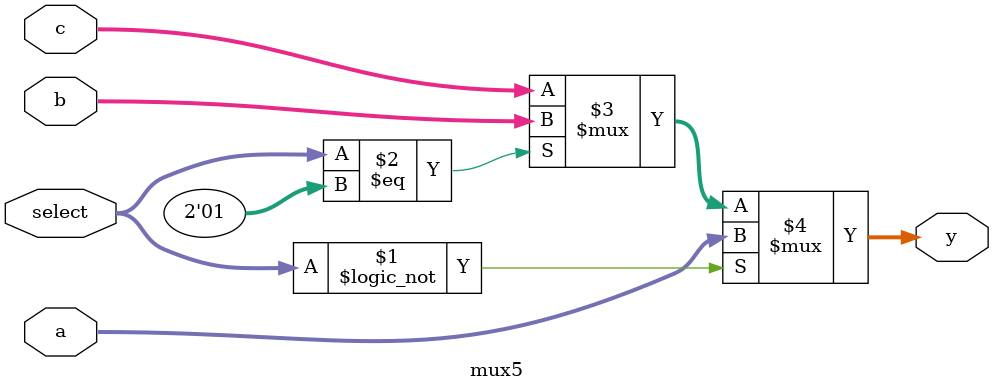
<source format=v>

module mux32 (a,b,c,d,select,y);
  input    [1:0]    select;
  input    [31:0]   a,b,c,d;
  output   [31:0]   y;
  
  assign  y=
    (select==2'b00)  ? a :
    (select==2'b01)  ? b :
    (select==2'b10)  ? c :
                           d;
                          
endmodule

  
module mux5 (a,b,c,select,y);
  input     [1:0]    select;
  input     [4:0]    a,b,c;
  output    [4:0]    y;
  assign  y=
    (select==2'b00)  ? a :
    (select==2'b01)  ? b :
                           c;
                           
endmodule
  












  
  
  
  
  
  
  
  
  
  
  
  
  
</source>
